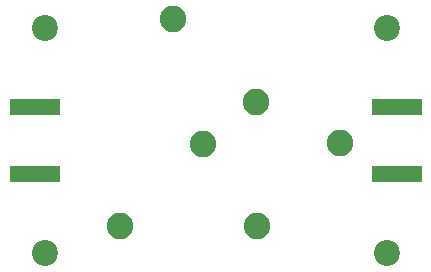
<source format=gbr>
%TF.GenerationSoftware,KiCad,Pcbnew,(6.0.1)*%
%TF.CreationDate,2022-02-12T12:27:59+00:00*%
%TF.ProjectId,LowPass_10mm,4c6f7750-6173-4735-9f31-306d6d2e6b69,rev?*%
%TF.SameCoordinates,Original*%
%TF.FileFunction,Soldermask,Bot*%
%TF.FilePolarity,Negative*%
%FSLAX46Y46*%
G04 Gerber Fmt 4.6, Leading zero omitted, Abs format (unit mm)*
G04 Created by KiCad (PCBNEW (6.0.1)) date 2022-02-12 12:27:59*
%MOMM*%
%LPD*%
G01*
G04 APERTURE LIST*
%ADD10C,2.250000*%
%ADD11C,2.200000*%
%ADD12R,4.200000X1.350000*%
G04 APERTURE END LIST*
D10*
%TO.C,L3*%
X121010800Y-119755800D03*
X128010800Y-112755800D03*
%TD*%
%TO.C,L2*%
X113898800Y-102240200D03*
X120898800Y-109240200D03*
%TD*%
%TO.C,L1*%
X116377600Y-112781200D03*
X109377600Y-119781200D03*
%TD*%
D11*
%TO.C,H3*%
X103000000Y-122000000D03*
%TD*%
%TO.C,H4*%
X132000000Y-122000000D03*
%TD*%
%TO.C,H2*%
X132000000Y-103000000D03*
%TD*%
D12*
%TO.C,J2*%
X132800000Y-109675000D03*
X132800000Y-115325000D03*
%TD*%
%TO.C,J1*%
X102200000Y-115325000D03*
X102200000Y-109675000D03*
%TD*%
D11*
%TO.C,H1*%
X103000000Y-103000000D03*
%TD*%
M02*

</source>
